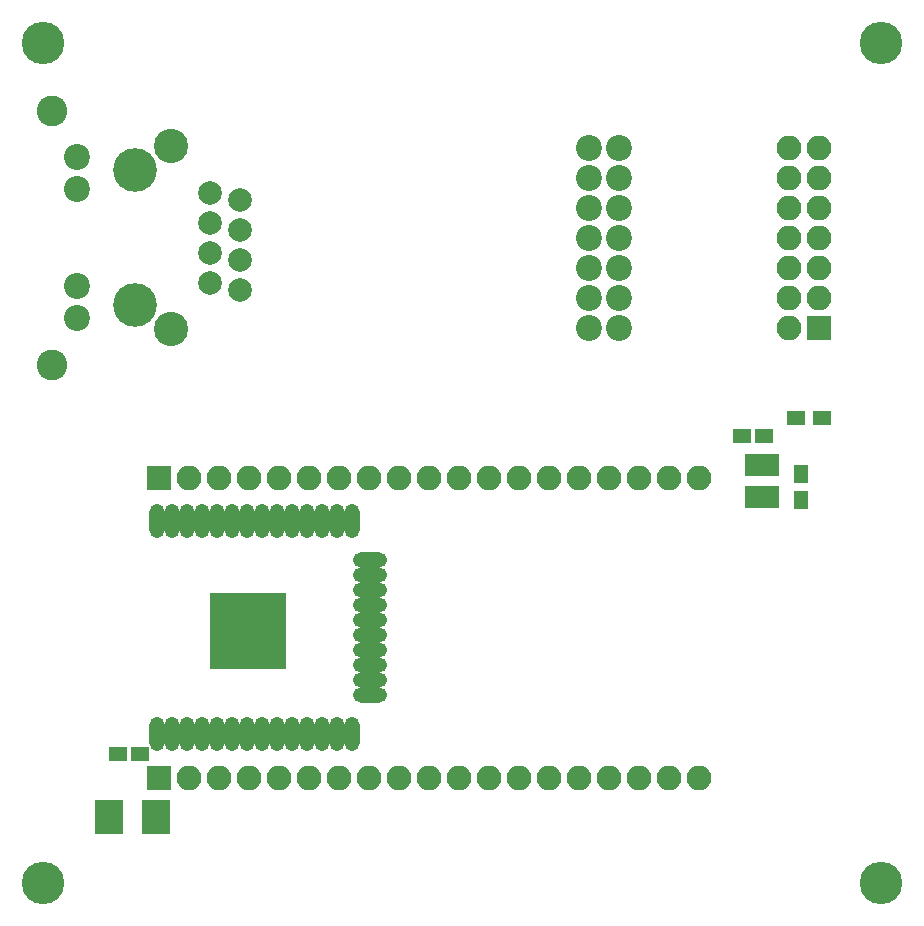
<source format=gbr>
G04 #@! TF.FileFunction,Soldermask,Top*
%FSLAX46Y46*%
G04 Gerber Fmt 4.6, Leading zero omitted, Abs format (unit mm)*
G04 Created by KiCad (PCBNEW 4.0.6) date Thu Nov  2 19:42:21 2017*
%MOMM*%
%LPD*%
G01*
G04 APERTURE LIST*
%ADD10C,0.100000*%
%ADD11O,1.300000X2.900000*%
%ADD12O,2.900000X1.300000*%
%ADD13R,6.400000X6.400000*%
%ADD14C,3.900000*%
%ADD15R,2.400000X2.900000*%
%ADD16R,1.600000X1.150000*%
%ADD17R,2.100000X2.100000*%
%ADD18O,2.100000X2.100000*%
%ADD19R,1.300000X1.600000*%
%ADD20R,1.050000X1.960000*%
%ADD21C,3.600000*%
%ADD22C,2.200000*%
%ADD23C,3.700000*%
%ADD24C,2.000000*%
%ADD25C,2.900000*%
%ADD26C,2.600000*%
%ADD27R,1.600000X1.300000*%
G04 APERTURE END LIST*
D10*
D11*
X131910000Y-67200000D03*
X133180000Y-67200000D03*
X134450000Y-67200000D03*
X135720000Y-67200000D03*
X136990000Y-67200000D03*
X138260000Y-67200000D03*
X139530000Y-67200000D03*
X140800000Y-67200000D03*
X142070000Y-67200000D03*
X143340000Y-67200000D03*
X144610000Y-67200000D03*
X145880000Y-67200000D03*
X147150000Y-67200000D03*
X148420000Y-67200000D03*
D12*
X149910000Y-70485000D03*
X149910000Y-71755000D03*
X149910000Y-73025000D03*
X149910000Y-74295000D03*
X149910000Y-75565000D03*
X149910000Y-76835000D03*
X149910000Y-78105000D03*
X149910000Y-79375000D03*
X149910000Y-80645000D03*
X149910000Y-81915000D03*
D11*
X148420000Y-85200000D03*
X147150000Y-85200000D03*
X145880000Y-85200000D03*
X144610000Y-85200000D03*
X143340000Y-85200000D03*
X142070000Y-85200000D03*
X140800000Y-85200000D03*
X139530000Y-85200000D03*
X138260000Y-85200000D03*
X136990000Y-85200000D03*
X135720000Y-85200000D03*
X134450000Y-85200000D03*
X133180000Y-85200000D03*
X131910000Y-85200000D03*
D13*
X139610000Y-76500000D03*
D14*
X139700000Y-76454000D03*
D15*
X127794000Y-92202000D03*
X131794000Y-92202000D03*
D16*
X181422000Y-59944000D03*
X183322000Y-59944000D03*
X128590000Y-86868000D03*
X130490000Y-86868000D03*
D17*
X132080000Y-88900000D03*
D18*
X134620000Y-88900000D03*
X137160000Y-88900000D03*
X139700000Y-88900000D03*
X142240000Y-88900000D03*
X144780000Y-88900000D03*
X147320000Y-88900000D03*
X149860000Y-88900000D03*
X152400000Y-88900000D03*
X154940000Y-88900000D03*
X157480000Y-88900000D03*
X160020000Y-88900000D03*
X162560000Y-88900000D03*
X165100000Y-88900000D03*
X167640000Y-88900000D03*
X170180000Y-88900000D03*
X172720000Y-88900000D03*
X175260000Y-88900000D03*
X177800000Y-88900000D03*
D17*
X132080000Y-63500000D03*
D18*
X134620000Y-63500000D03*
X137160000Y-63500000D03*
X139700000Y-63500000D03*
X142240000Y-63500000D03*
X144780000Y-63500000D03*
X147320000Y-63500000D03*
X149860000Y-63500000D03*
X152400000Y-63500000D03*
X154940000Y-63500000D03*
X157480000Y-63500000D03*
X160020000Y-63500000D03*
X162560000Y-63500000D03*
X165100000Y-63500000D03*
X167640000Y-63500000D03*
X170180000Y-63500000D03*
X172720000Y-63500000D03*
X175260000Y-63500000D03*
X177800000Y-63500000D03*
D19*
X186436000Y-63162000D03*
X186436000Y-65362000D03*
D20*
X182184000Y-65104000D03*
X183134000Y-65104000D03*
X184084000Y-65104000D03*
X184084000Y-62404000D03*
X182184000Y-62404000D03*
X183134000Y-62404000D03*
D21*
X122270000Y-26670000D03*
X122270000Y-97790000D03*
X193230000Y-97790000D03*
X193230000Y-26670000D03*
D22*
X171000000Y-50800000D03*
X171000000Y-48260000D03*
X171000000Y-45720000D03*
X171000000Y-43180000D03*
X171000000Y-40640000D03*
X171000000Y-38100000D03*
X171000000Y-35560000D03*
X168460000Y-38100000D03*
X168460000Y-35560000D03*
X168460000Y-40640000D03*
X168460000Y-43180000D03*
X168460000Y-45720000D03*
X168460000Y-48260000D03*
D23*
X130000000Y-37460000D03*
X130000000Y-48900000D03*
D24*
X136350000Y-46990000D03*
X138890000Y-47630000D03*
X136350000Y-44450000D03*
X138890000Y-45080000D03*
X136350000Y-41910000D03*
X138890000Y-42540000D03*
X136350000Y-39370000D03*
D25*
X133050000Y-35430000D03*
X133050000Y-50930000D03*
D24*
X138890000Y-40010000D03*
D22*
X125140000Y-36340000D03*
X125140000Y-39100000D03*
X125140000Y-47300000D03*
X125140000Y-50020000D03*
X168460000Y-50800000D03*
D26*
X123040000Y-32430000D03*
X123040000Y-53930000D03*
D17*
X187960000Y-50800000D03*
D18*
X185420000Y-50800000D03*
X187960000Y-48260000D03*
X185420000Y-48260000D03*
X187960000Y-45720000D03*
X185420000Y-45720000D03*
X187960000Y-43180000D03*
X185420000Y-43180000D03*
X187960000Y-40640000D03*
X185420000Y-40640000D03*
X187960000Y-38100000D03*
X185420000Y-38100000D03*
X187960000Y-35560000D03*
X185420000Y-35560000D03*
D27*
X186040000Y-58450000D03*
X188240000Y-58450000D03*
M02*

</source>
